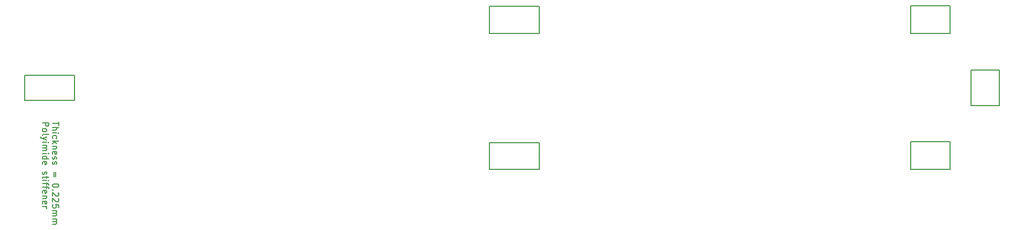
<source format=gbr>
G04 #@! TF.GenerationSoftware,KiCad,Pcbnew,7.0.7*
G04 #@! TF.CreationDate,2024-05-14T22:47:59+02:00*
G04 #@! TF.ProjectId,Pinky_V1,50696e6b-795f-4563-912e-6b696361645f,rev?*
G04 #@! TF.SameCoordinates,Original*
G04 #@! TF.FileFunction,Other,User*
%FSLAX46Y46*%
G04 Gerber Fmt 4.6, Leading zero omitted, Abs format (unit mm)*
G04 Created by KiCad (PCBNEW 7.0.7) date 2024-05-14 22:47:59*
%MOMM*%
%LPD*%
G01*
G04 APERTURE LIST*
%ADD10C,0.150000*%
G04 APERTURE END LIST*
D10*
X205124999Y-105004000D02*
X211435000Y-105004000D01*
X211435000Y-109418749D01*
X205124999Y-109418749D01*
X205124999Y-105004000D01*
X70130001Y-120264000D02*
X62130000Y-120264000D01*
X62130001Y-116264000D01*
X70130000Y-116264000D01*
X70130001Y-120264000D01*
X205140000Y-126959249D02*
X211430000Y-126959249D01*
X211430000Y-131484000D01*
X205140000Y-131484000D01*
X205140000Y-126959249D01*
X137129999Y-127113999D02*
X145130000Y-127113999D01*
X145130000Y-131464000D01*
X137129999Y-131464000D01*
X137129999Y-127113999D01*
X214834600Y-115344000D02*
X219409999Y-115344000D01*
X219409999Y-121144000D01*
X214834600Y-121144000D01*
X214834600Y-115344000D01*
X137150000Y-105024001D02*
X145130000Y-105024001D01*
X145130000Y-109424000D01*
X137150000Y-109424000D01*
X137150000Y-105024001D01*
X67580179Y-123757922D02*
X67580179Y-124329350D01*
X66580179Y-124043636D02*
X67580179Y-124043636D01*
X66580179Y-124662684D02*
X67580179Y-124662684D01*
X66580179Y-125091255D02*
X67103989Y-125091255D01*
X67103989Y-125091255D02*
X67199227Y-125043636D01*
X67199227Y-125043636D02*
X67246846Y-124948398D01*
X67246846Y-124948398D02*
X67246846Y-124805541D01*
X67246846Y-124805541D02*
X67199227Y-124710303D01*
X67199227Y-124710303D02*
X67151608Y-124662684D01*
X66580179Y-125567446D02*
X67246846Y-125567446D01*
X67580179Y-125567446D02*
X67532560Y-125519827D01*
X67532560Y-125519827D02*
X67484941Y-125567446D01*
X67484941Y-125567446D02*
X67532560Y-125615065D01*
X67532560Y-125615065D02*
X67580179Y-125567446D01*
X67580179Y-125567446D02*
X67484941Y-125567446D01*
X66627799Y-126472207D02*
X66580179Y-126376969D01*
X66580179Y-126376969D02*
X66580179Y-126186493D01*
X66580179Y-126186493D02*
X66627799Y-126091255D01*
X66627799Y-126091255D02*
X66675418Y-126043636D01*
X66675418Y-126043636D02*
X66770656Y-125996017D01*
X66770656Y-125996017D02*
X67056370Y-125996017D01*
X67056370Y-125996017D02*
X67151608Y-126043636D01*
X67151608Y-126043636D02*
X67199227Y-126091255D01*
X67199227Y-126091255D02*
X67246846Y-126186493D01*
X67246846Y-126186493D02*
X67246846Y-126376969D01*
X67246846Y-126376969D02*
X67199227Y-126472207D01*
X66580179Y-126900779D02*
X67580179Y-126900779D01*
X66961132Y-126996017D02*
X66580179Y-127281731D01*
X67246846Y-127281731D02*
X66865894Y-126900779D01*
X67246846Y-127710303D02*
X66580179Y-127710303D01*
X67151608Y-127710303D02*
X67199227Y-127757922D01*
X67199227Y-127757922D02*
X67246846Y-127853160D01*
X67246846Y-127853160D02*
X67246846Y-127996017D01*
X67246846Y-127996017D02*
X67199227Y-128091255D01*
X67199227Y-128091255D02*
X67103989Y-128138874D01*
X67103989Y-128138874D02*
X66580179Y-128138874D01*
X66627799Y-128996017D02*
X66580179Y-128900779D01*
X66580179Y-128900779D02*
X66580179Y-128710303D01*
X66580179Y-128710303D02*
X66627799Y-128615065D01*
X66627799Y-128615065D02*
X66723037Y-128567446D01*
X66723037Y-128567446D02*
X67103989Y-128567446D01*
X67103989Y-128567446D02*
X67199227Y-128615065D01*
X67199227Y-128615065D02*
X67246846Y-128710303D01*
X67246846Y-128710303D02*
X67246846Y-128900779D01*
X67246846Y-128900779D02*
X67199227Y-128996017D01*
X67199227Y-128996017D02*
X67103989Y-129043636D01*
X67103989Y-129043636D02*
X67008751Y-129043636D01*
X67008751Y-129043636D02*
X66913513Y-128567446D01*
X66627799Y-129424589D02*
X66580179Y-129519827D01*
X66580179Y-129519827D02*
X66580179Y-129710303D01*
X66580179Y-129710303D02*
X66627799Y-129805541D01*
X66627799Y-129805541D02*
X66723037Y-129853160D01*
X66723037Y-129853160D02*
X66770656Y-129853160D01*
X66770656Y-129853160D02*
X66865894Y-129805541D01*
X66865894Y-129805541D02*
X66913513Y-129710303D01*
X66913513Y-129710303D02*
X66913513Y-129567446D01*
X66913513Y-129567446D02*
X66961132Y-129472208D01*
X66961132Y-129472208D02*
X67056370Y-129424589D01*
X67056370Y-129424589D02*
X67103989Y-129424589D01*
X67103989Y-129424589D02*
X67199227Y-129472208D01*
X67199227Y-129472208D02*
X67246846Y-129567446D01*
X67246846Y-129567446D02*
X67246846Y-129710303D01*
X67246846Y-129710303D02*
X67199227Y-129805541D01*
X66627799Y-130234113D02*
X66580179Y-130329351D01*
X66580179Y-130329351D02*
X66580179Y-130519827D01*
X66580179Y-130519827D02*
X66627799Y-130615065D01*
X66627799Y-130615065D02*
X66723037Y-130662684D01*
X66723037Y-130662684D02*
X66770656Y-130662684D01*
X66770656Y-130662684D02*
X66865894Y-130615065D01*
X66865894Y-130615065D02*
X66913513Y-130519827D01*
X66913513Y-130519827D02*
X66913513Y-130376970D01*
X66913513Y-130376970D02*
X66961132Y-130281732D01*
X66961132Y-130281732D02*
X67056370Y-130234113D01*
X67056370Y-130234113D02*
X67103989Y-130234113D01*
X67103989Y-130234113D02*
X67199227Y-130281732D01*
X67199227Y-130281732D02*
X67246846Y-130376970D01*
X67246846Y-130376970D02*
X67246846Y-130519827D01*
X67246846Y-130519827D02*
X67199227Y-130615065D01*
X67103989Y-131853161D02*
X67103989Y-132615066D01*
X66818275Y-132615066D02*
X66818275Y-131853161D01*
X67580179Y-134043637D02*
X67580179Y-134138875D01*
X67580179Y-134138875D02*
X67532560Y-134234113D01*
X67532560Y-134234113D02*
X67484941Y-134281732D01*
X67484941Y-134281732D02*
X67389703Y-134329351D01*
X67389703Y-134329351D02*
X67199227Y-134376970D01*
X67199227Y-134376970D02*
X66961132Y-134376970D01*
X66961132Y-134376970D02*
X66770656Y-134329351D01*
X66770656Y-134329351D02*
X66675418Y-134281732D01*
X66675418Y-134281732D02*
X66627799Y-134234113D01*
X66627799Y-134234113D02*
X66580179Y-134138875D01*
X66580179Y-134138875D02*
X66580179Y-134043637D01*
X66580179Y-134043637D02*
X66627799Y-133948399D01*
X66627799Y-133948399D02*
X66675418Y-133900780D01*
X66675418Y-133900780D02*
X66770656Y-133853161D01*
X66770656Y-133853161D02*
X66961132Y-133805542D01*
X66961132Y-133805542D02*
X67199227Y-133805542D01*
X67199227Y-133805542D02*
X67389703Y-133853161D01*
X67389703Y-133853161D02*
X67484941Y-133900780D01*
X67484941Y-133900780D02*
X67532560Y-133948399D01*
X67532560Y-133948399D02*
X67580179Y-134043637D01*
X66675418Y-134805542D02*
X66627799Y-134853161D01*
X66627799Y-134853161D02*
X66580179Y-134805542D01*
X66580179Y-134805542D02*
X66627799Y-134757923D01*
X66627799Y-134757923D02*
X66675418Y-134805542D01*
X66675418Y-134805542D02*
X66580179Y-134805542D01*
X67484941Y-135234113D02*
X67532560Y-135281732D01*
X67532560Y-135281732D02*
X67580179Y-135376970D01*
X67580179Y-135376970D02*
X67580179Y-135615065D01*
X67580179Y-135615065D02*
X67532560Y-135710303D01*
X67532560Y-135710303D02*
X67484941Y-135757922D01*
X67484941Y-135757922D02*
X67389703Y-135805541D01*
X67389703Y-135805541D02*
X67294465Y-135805541D01*
X67294465Y-135805541D02*
X67151608Y-135757922D01*
X67151608Y-135757922D02*
X66580179Y-135186494D01*
X66580179Y-135186494D02*
X66580179Y-135805541D01*
X67484941Y-136186494D02*
X67532560Y-136234113D01*
X67532560Y-136234113D02*
X67580179Y-136329351D01*
X67580179Y-136329351D02*
X67580179Y-136567446D01*
X67580179Y-136567446D02*
X67532560Y-136662684D01*
X67532560Y-136662684D02*
X67484941Y-136710303D01*
X67484941Y-136710303D02*
X67389703Y-136757922D01*
X67389703Y-136757922D02*
X67294465Y-136757922D01*
X67294465Y-136757922D02*
X67151608Y-136710303D01*
X67151608Y-136710303D02*
X66580179Y-136138875D01*
X66580179Y-136138875D02*
X66580179Y-136757922D01*
X67580179Y-137662684D02*
X67580179Y-137186494D01*
X67580179Y-137186494D02*
X67103989Y-137138875D01*
X67103989Y-137138875D02*
X67151608Y-137186494D01*
X67151608Y-137186494D02*
X67199227Y-137281732D01*
X67199227Y-137281732D02*
X67199227Y-137519827D01*
X67199227Y-137519827D02*
X67151608Y-137615065D01*
X67151608Y-137615065D02*
X67103989Y-137662684D01*
X67103989Y-137662684D02*
X67008751Y-137710303D01*
X67008751Y-137710303D02*
X66770656Y-137710303D01*
X66770656Y-137710303D02*
X66675418Y-137662684D01*
X66675418Y-137662684D02*
X66627799Y-137615065D01*
X66627799Y-137615065D02*
X66580179Y-137519827D01*
X66580179Y-137519827D02*
X66580179Y-137281732D01*
X66580179Y-137281732D02*
X66627799Y-137186494D01*
X66627799Y-137186494D02*
X66675418Y-137138875D01*
X66580179Y-138138875D02*
X67246846Y-138138875D01*
X67151608Y-138138875D02*
X67199227Y-138186494D01*
X67199227Y-138186494D02*
X67246846Y-138281732D01*
X67246846Y-138281732D02*
X67246846Y-138424589D01*
X67246846Y-138424589D02*
X67199227Y-138519827D01*
X67199227Y-138519827D02*
X67103989Y-138567446D01*
X67103989Y-138567446D02*
X66580179Y-138567446D01*
X67103989Y-138567446D02*
X67199227Y-138615065D01*
X67199227Y-138615065D02*
X67246846Y-138710303D01*
X67246846Y-138710303D02*
X67246846Y-138853160D01*
X67246846Y-138853160D02*
X67199227Y-138948399D01*
X67199227Y-138948399D02*
X67103989Y-138996018D01*
X67103989Y-138996018D02*
X66580179Y-138996018D01*
X66580179Y-139472208D02*
X67246846Y-139472208D01*
X67151608Y-139472208D02*
X67199227Y-139519827D01*
X67199227Y-139519827D02*
X67246846Y-139615065D01*
X67246846Y-139615065D02*
X67246846Y-139757922D01*
X67246846Y-139757922D02*
X67199227Y-139853160D01*
X67199227Y-139853160D02*
X67103989Y-139900779D01*
X67103989Y-139900779D02*
X66580179Y-139900779D01*
X67103989Y-139900779D02*
X67199227Y-139948398D01*
X67199227Y-139948398D02*
X67246846Y-140043636D01*
X67246846Y-140043636D02*
X67246846Y-140186493D01*
X67246846Y-140186493D02*
X67199227Y-140281732D01*
X67199227Y-140281732D02*
X67103989Y-140329351D01*
X67103989Y-140329351D02*
X66580179Y-140329351D01*
X64970179Y-123900779D02*
X65970179Y-123900779D01*
X65970179Y-123900779D02*
X65970179Y-124281731D01*
X65970179Y-124281731D02*
X65922560Y-124376969D01*
X65922560Y-124376969D02*
X65874941Y-124424588D01*
X65874941Y-124424588D02*
X65779703Y-124472207D01*
X65779703Y-124472207D02*
X65636846Y-124472207D01*
X65636846Y-124472207D02*
X65541608Y-124424588D01*
X65541608Y-124424588D02*
X65493989Y-124376969D01*
X65493989Y-124376969D02*
X65446370Y-124281731D01*
X65446370Y-124281731D02*
X65446370Y-123900779D01*
X64970179Y-125043636D02*
X65017799Y-124948398D01*
X65017799Y-124948398D02*
X65065418Y-124900779D01*
X65065418Y-124900779D02*
X65160656Y-124853160D01*
X65160656Y-124853160D02*
X65446370Y-124853160D01*
X65446370Y-124853160D02*
X65541608Y-124900779D01*
X65541608Y-124900779D02*
X65589227Y-124948398D01*
X65589227Y-124948398D02*
X65636846Y-125043636D01*
X65636846Y-125043636D02*
X65636846Y-125186493D01*
X65636846Y-125186493D02*
X65589227Y-125281731D01*
X65589227Y-125281731D02*
X65541608Y-125329350D01*
X65541608Y-125329350D02*
X65446370Y-125376969D01*
X65446370Y-125376969D02*
X65160656Y-125376969D01*
X65160656Y-125376969D02*
X65065418Y-125329350D01*
X65065418Y-125329350D02*
X65017799Y-125281731D01*
X65017799Y-125281731D02*
X64970179Y-125186493D01*
X64970179Y-125186493D02*
X64970179Y-125043636D01*
X64970179Y-125948398D02*
X65017799Y-125853160D01*
X65017799Y-125853160D02*
X65113037Y-125805541D01*
X65113037Y-125805541D02*
X65970179Y-125805541D01*
X65636846Y-126234113D02*
X64970179Y-126472208D01*
X65636846Y-126710303D02*
X64970179Y-126472208D01*
X64970179Y-126472208D02*
X64732084Y-126376970D01*
X64732084Y-126376970D02*
X64684465Y-126329351D01*
X64684465Y-126329351D02*
X64636846Y-126234113D01*
X64970179Y-127091256D02*
X65636846Y-127091256D01*
X65970179Y-127091256D02*
X65922560Y-127043637D01*
X65922560Y-127043637D02*
X65874941Y-127091256D01*
X65874941Y-127091256D02*
X65922560Y-127138875D01*
X65922560Y-127138875D02*
X65970179Y-127091256D01*
X65970179Y-127091256D02*
X65874941Y-127091256D01*
X64970179Y-127567446D02*
X65636846Y-127567446D01*
X65541608Y-127567446D02*
X65589227Y-127615065D01*
X65589227Y-127615065D02*
X65636846Y-127710303D01*
X65636846Y-127710303D02*
X65636846Y-127853160D01*
X65636846Y-127853160D02*
X65589227Y-127948398D01*
X65589227Y-127948398D02*
X65493989Y-127996017D01*
X65493989Y-127996017D02*
X64970179Y-127996017D01*
X65493989Y-127996017D02*
X65589227Y-128043636D01*
X65589227Y-128043636D02*
X65636846Y-128138874D01*
X65636846Y-128138874D02*
X65636846Y-128281731D01*
X65636846Y-128281731D02*
X65589227Y-128376970D01*
X65589227Y-128376970D02*
X65493989Y-128424589D01*
X65493989Y-128424589D02*
X64970179Y-128424589D01*
X64970179Y-128900779D02*
X65636846Y-128900779D01*
X65970179Y-128900779D02*
X65922560Y-128853160D01*
X65922560Y-128853160D02*
X65874941Y-128900779D01*
X65874941Y-128900779D02*
X65922560Y-128948398D01*
X65922560Y-128948398D02*
X65970179Y-128900779D01*
X65970179Y-128900779D02*
X65874941Y-128900779D01*
X64970179Y-129805540D02*
X65970179Y-129805540D01*
X65017799Y-129805540D02*
X64970179Y-129710302D01*
X64970179Y-129710302D02*
X64970179Y-129519826D01*
X64970179Y-129519826D02*
X65017799Y-129424588D01*
X65017799Y-129424588D02*
X65065418Y-129376969D01*
X65065418Y-129376969D02*
X65160656Y-129329350D01*
X65160656Y-129329350D02*
X65446370Y-129329350D01*
X65446370Y-129329350D02*
X65541608Y-129376969D01*
X65541608Y-129376969D02*
X65589227Y-129424588D01*
X65589227Y-129424588D02*
X65636846Y-129519826D01*
X65636846Y-129519826D02*
X65636846Y-129710302D01*
X65636846Y-129710302D02*
X65589227Y-129805540D01*
X65017799Y-130662683D02*
X64970179Y-130567445D01*
X64970179Y-130567445D02*
X64970179Y-130376969D01*
X64970179Y-130376969D02*
X65017799Y-130281731D01*
X65017799Y-130281731D02*
X65113037Y-130234112D01*
X65113037Y-130234112D02*
X65493989Y-130234112D01*
X65493989Y-130234112D02*
X65589227Y-130281731D01*
X65589227Y-130281731D02*
X65636846Y-130376969D01*
X65636846Y-130376969D02*
X65636846Y-130567445D01*
X65636846Y-130567445D02*
X65589227Y-130662683D01*
X65589227Y-130662683D02*
X65493989Y-130710302D01*
X65493989Y-130710302D02*
X65398751Y-130710302D01*
X65398751Y-130710302D02*
X65303513Y-130234112D01*
X65017799Y-131853160D02*
X64970179Y-131948398D01*
X64970179Y-131948398D02*
X64970179Y-132138874D01*
X64970179Y-132138874D02*
X65017799Y-132234112D01*
X65017799Y-132234112D02*
X65113037Y-132281731D01*
X65113037Y-132281731D02*
X65160656Y-132281731D01*
X65160656Y-132281731D02*
X65255894Y-132234112D01*
X65255894Y-132234112D02*
X65303513Y-132138874D01*
X65303513Y-132138874D02*
X65303513Y-131996017D01*
X65303513Y-131996017D02*
X65351132Y-131900779D01*
X65351132Y-131900779D02*
X65446370Y-131853160D01*
X65446370Y-131853160D02*
X65493989Y-131853160D01*
X65493989Y-131853160D02*
X65589227Y-131900779D01*
X65589227Y-131900779D02*
X65636846Y-131996017D01*
X65636846Y-131996017D02*
X65636846Y-132138874D01*
X65636846Y-132138874D02*
X65589227Y-132234112D01*
X65636846Y-132567446D02*
X65636846Y-132948398D01*
X65970179Y-132710303D02*
X65113037Y-132710303D01*
X65113037Y-132710303D02*
X65017799Y-132757922D01*
X65017799Y-132757922D02*
X64970179Y-132853160D01*
X64970179Y-132853160D02*
X64970179Y-132948398D01*
X64970179Y-133281732D02*
X65636846Y-133281732D01*
X65970179Y-133281732D02*
X65922560Y-133234113D01*
X65922560Y-133234113D02*
X65874941Y-133281732D01*
X65874941Y-133281732D02*
X65922560Y-133329351D01*
X65922560Y-133329351D02*
X65970179Y-133281732D01*
X65970179Y-133281732D02*
X65874941Y-133281732D01*
X65636846Y-133615065D02*
X65636846Y-133996017D01*
X64970179Y-133757922D02*
X65827322Y-133757922D01*
X65827322Y-133757922D02*
X65922560Y-133805541D01*
X65922560Y-133805541D02*
X65970179Y-133900779D01*
X65970179Y-133900779D02*
X65970179Y-133996017D01*
X65636846Y-134186494D02*
X65636846Y-134567446D01*
X64970179Y-134329351D02*
X65827322Y-134329351D01*
X65827322Y-134329351D02*
X65922560Y-134376970D01*
X65922560Y-134376970D02*
X65970179Y-134472208D01*
X65970179Y-134472208D02*
X65970179Y-134567446D01*
X65017799Y-135281732D02*
X64970179Y-135186494D01*
X64970179Y-135186494D02*
X64970179Y-134996018D01*
X64970179Y-134996018D02*
X65017799Y-134900780D01*
X65017799Y-134900780D02*
X65113037Y-134853161D01*
X65113037Y-134853161D02*
X65493989Y-134853161D01*
X65493989Y-134853161D02*
X65589227Y-134900780D01*
X65589227Y-134900780D02*
X65636846Y-134996018D01*
X65636846Y-134996018D02*
X65636846Y-135186494D01*
X65636846Y-135186494D02*
X65589227Y-135281732D01*
X65589227Y-135281732D02*
X65493989Y-135329351D01*
X65493989Y-135329351D02*
X65398751Y-135329351D01*
X65398751Y-135329351D02*
X65303513Y-134853161D01*
X65636846Y-135757923D02*
X64970179Y-135757923D01*
X65541608Y-135757923D02*
X65589227Y-135805542D01*
X65589227Y-135805542D02*
X65636846Y-135900780D01*
X65636846Y-135900780D02*
X65636846Y-136043637D01*
X65636846Y-136043637D02*
X65589227Y-136138875D01*
X65589227Y-136138875D02*
X65493989Y-136186494D01*
X65493989Y-136186494D02*
X64970179Y-136186494D01*
X65017799Y-137043637D02*
X64970179Y-136948399D01*
X64970179Y-136948399D02*
X64970179Y-136757923D01*
X64970179Y-136757923D02*
X65017799Y-136662685D01*
X65017799Y-136662685D02*
X65113037Y-136615066D01*
X65113037Y-136615066D02*
X65493989Y-136615066D01*
X65493989Y-136615066D02*
X65589227Y-136662685D01*
X65589227Y-136662685D02*
X65636846Y-136757923D01*
X65636846Y-136757923D02*
X65636846Y-136948399D01*
X65636846Y-136948399D02*
X65589227Y-137043637D01*
X65589227Y-137043637D02*
X65493989Y-137091256D01*
X65493989Y-137091256D02*
X65398751Y-137091256D01*
X65398751Y-137091256D02*
X65303513Y-136615066D01*
X64970179Y-137519828D02*
X65636846Y-137519828D01*
X65446370Y-137519828D02*
X65541608Y-137567447D01*
X65541608Y-137567447D02*
X65589227Y-137615066D01*
X65589227Y-137615066D02*
X65636846Y-137710304D01*
X65636846Y-137710304D02*
X65636846Y-137805542D01*
M02*

</source>
